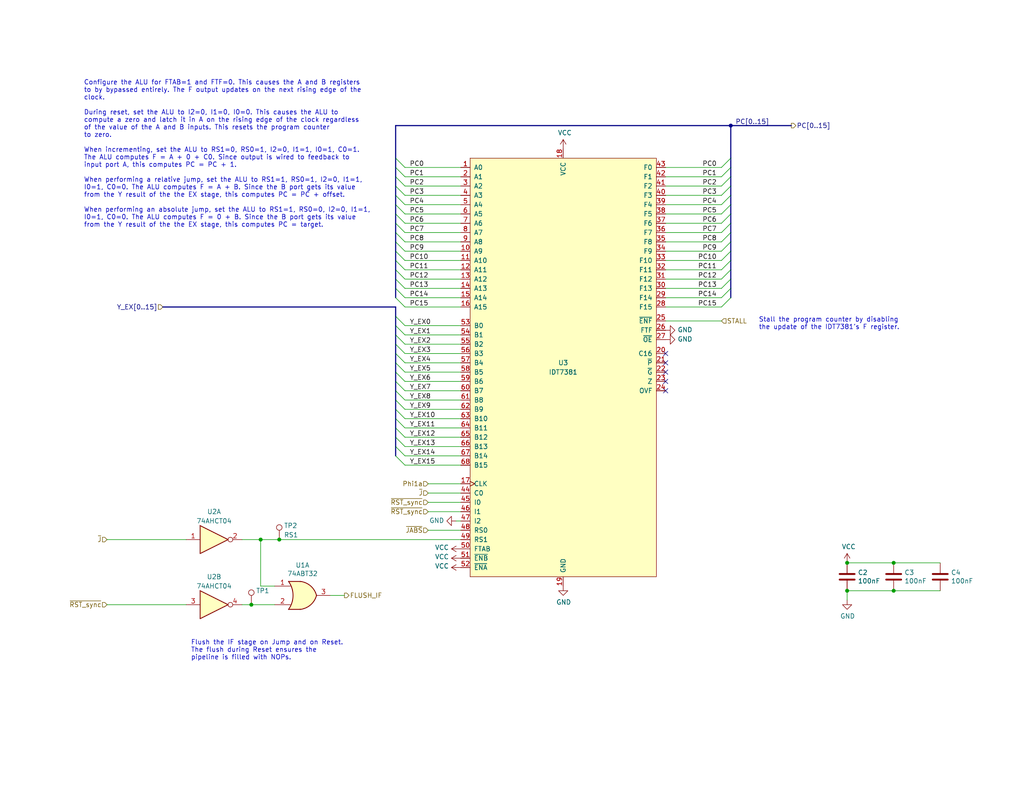
<source format=kicad_sch>
(kicad_sch (version 20211123) (generator eeschema)
  (paper "USLetter")
  (title_block (title "Program Counter") (date "2022-04-14") (rev "A") (comment 3 "sixteen-bit offset, or else reset to zero.") (comment 4 "Sixteen-bit program counter will either increment on the clock, add a specified"))
  (lib_symbols
    (symbol "74xx:74LS04"
      (property "Reference" "U" (at 0 1.27 0))
      (property "Value" "74LS04" (at 0 -1.27 0))
      (symbol "74LS04_1_0"
        (polyline (pts (xy -3.81 3.81) (xy -3.81 -3.81) (xy 3.81 0) (xy -3.81 3.81)) (stroke (width 0.254)) (fill (type background)))
        (pin input line (at -7.62 0 0) (length 3.81) (name "~") (number "1"))
        (pin output inverted (at 7.62 0 180) (length 3.81) (name "~") (number "2"))
      )
      (symbol "74LS04_2_0"
        (polyline (pts (xy -3.81 3.81) (xy -3.81 -3.81) (xy 3.81 0) (xy -3.81 3.81)) (stroke (width 0.254)) (fill (type background)))
        (pin input line (at -7.62 0 0) (length 3.81) (name "~") (number "3"))
        (pin output inverted (at 7.62 0 180) (length 3.81) (name "~") (number "4"))
      )
      (symbol "74LS04_3_0"
        (polyline (pts (xy -3.81 3.81) (xy -3.81 -3.81) (xy 3.81 0) (xy -3.81 3.81)) (stroke (width 0.254)) (fill (type background)))
        (pin input line (at -7.62 0 0) (length 3.81) (name "~") (number "5"))
        (pin output inverted (at 7.62 0 180) (length 3.81) (name "~") (number "6"))
      )
      (symbol "74LS04_4_0"
        (polyline (pts (xy -3.81 3.81) (xy -3.81 -3.81) (xy 3.81 0) (xy -3.81 3.81)) (stroke (width 0.254)) (fill (type background)))
        (pin output inverted (at 7.62 0 180) (length 3.81) (name "~") (number "8"))
        (pin input line (at -7.62 0 0) (length 3.81) (name "~") (number "9"))
      )
      (symbol "74LS04_5_0"
        (polyline (pts (xy -3.81 3.81) (xy -3.81 -3.81) (xy 3.81 0) (xy -3.81 3.81)) (stroke (width 0.254)) (fill (type background)))
        (pin output inverted (at 7.62 0 180) (length 3.81) (name "~") (number "10"))
        (pin input line (at -7.62 0 0) (length 3.81) (name "~") (number "11"))
      )
      (symbol "74LS04_6_0"
        (polyline (pts (xy -3.81 3.81) (xy -3.81 -3.81) (xy 3.81 0) (xy -3.81 3.81)) (stroke (width 0.254)) (fill (type background)))
        (pin output inverted (at 7.62 0 180) (length 3.81) (name "~") (number "12"))
        (pin input line (at -7.62 0 0) (length 3.81) (name "~") (number "13"))
      )
      (symbol "74LS04_7_0"
        (pin power_in line (at 0 12.7 270) (length 5.08) (name "VCC") (number "14"))
        (pin power_in line (at 0 -12.7 90) (length 5.08) (name "GND") (number "7"))
      )
      (symbol "74LS04_7_1"
        (rectangle (start -5.08 7.62) (end 5.08 -7.62) (stroke (width 0.254)) (fill (type background)))
      )
    )
    (symbol "74xx:74LS32" (pin_names (offset 1.016))
      (property "Reference" "U" (at 0 1.27 0))
      (property "Value" "74LS32" (at 0 -1.27 0))
      (symbol "74LS32_1_1"
        (arc (start -3.81 -3.81) (mid -2.589 0) (end -3.81 3.81) (stroke (width 0.254)))
        (arc (start -0.6096 -3.81) (mid 2.1842 -2.5851) (end 3.81 0) (stroke (width 0.254)) (fill (type background)))
        (polyline (pts (xy -3.81 -3.81) (xy -0.635 -3.81)) (stroke (width 0.254)) (fill (type background)))
        (polyline (pts (xy -3.81 3.81) (xy -0.635 3.81)) (stroke (width 0.254)) (fill (type background)))
        (polyline (pts (xy -0.635 3.81) (xy -3.81 3.81) (xy -3.81 3.81) (xy -3.556 3.4036) (xy -3.0226 2.2606) (xy -2.6924 1.0414) (xy -2.6162 -0.254) (xy -2.7686 -1.4986) (xy -3.175 -2.7178) (xy -3.81 -3.81) (xy -3.81 -3.81) (xy -0.635 -3.81)) (stroke (width -25.4)) (fill (type background)))
        (arc (start 3.81 0) (mid 2.1915 2.5936) (end -0.6096 3.81) (stroke (width 0.254)) (fill (type background)))
        (pin input line (at -7.62 2.54 0) (length 4.318) (name "~") (number "1"))
        (pin input line (at -7.62 -2.54 0) (length 4.318) (name "~") (number "2"))
        (pin output line (at 7.62 0 180) (length 3.81) (name "~") (number "3"))
      )
      (symbol "74LS32_1_2"
        (arc (start 0 -3.81) (mid 3.81 0) (end 0 3.81) (stroke (width 0.254)) (fill (type background)))
        (polyline (pts (xy 0 3.81) (xy -3.81 3.81) (xy -3.81 -3.81) (xy 0 -3.81)) (stroke (width 0.254)) (fill (type background)))
        (pin input inverted (at -7.62 2.54 0) (length 3.81) (name "~") (number "1"))
        (pin input inverted (at -7.62 -2.54 0) (length 3.81) (name "~") (number "2"))
        (pin output inverted (at 7.62 0 180) (length 3.81) (name "~") (number "3"))
      )
      (symbol "74LS32_2_1"
        (arc (start -3.81 -3.81) (mid -2.589 0) (end -3.81 3.81) (stroke (width 0.254)))
        (arc (start -0.6096 -3.81) (mid 2.1842 -2.5851) (end 3.81 0) (stroke (width 0.254)) (fill (type background)))
        (polyline (pts (xy -3.81 -3.81) (xy -0.635 -3.81)) (stroke (width 0.254)) (fill (type background)))
        (polyline (pts (xy -3.81 3.81) (xy -0.635 3.81)) (stroke (width 0.254)) (fill (type background)))
        (polyline (pts (xy -0.635 3.81) (xy -3.81 3.81) (xy -3.81 3.81) (xy -3.556 3.4036) (xy -3.0226 2.2606) (xy -2.6924 1.0414) (xy -2.6162 -0.254) (xy -2.7686 -1.4986) (xy -3.175 -2.7178) (xy -3.81 -3.81) (xy -3.81 -3.81) (xy -0.635 -3.81)) (stroke (width -25.4)) (fill (type background)))
        (arc (start 3.81 0) (mid 2.1915 2.5936) (end -0.6096 3.81) (stroke (width 0.254)) (fill (type background)))
        (pin input line (at -7.62 2.54 0) (length 4.318) (name "~") (number "4"))
        (pin input line (at -7.62 -2.54 0) (length 4.318) (name "~") (number "5"))
        (pin output line (at 7.62 0 180) (length 3.81) (name "~") (number "6"))
      )
      (symbol "74LS32_2_2"
        (arc (start 0 -3.81) (mid 3.81 0) (end 0 3.81) (stroke (width 0.254)) (fill (type background)))
        (polyline (pts (xy 0 3.81) (xy -3.81 3.81) (xy -3.81 -3.81) (xy 0 -3.81)) (stroke (width 0.254)) (fill (type background)))
        (pin input inverted (at -7.62 2.54 0) (length 3.81) (name "~") (number "4"))
        (pin input inverted (at -7.62 -2.54 0) (length 3.81) (name "~") (number "5"))
        (pin output inverted (at 7.62 0 180) (length 3.81) (name "~") (number "6"))
      )
      (symbol "74LS32_3_1"
        (arc (start -3.81 -3.81) (mid -2.589 0) (end -3.81 3.81) (stroke (width 0.254)))
        (arc (start -0.6096 -3.81) (mid 2.1842 -2.5851) (end 3.81 0) (stroke (width 0.254)) (fill (type background)))
        (polyline (pts (xy -3.81 -3.81) (xy -0.635 -3.81)) (stroke (width 0.254)) (fill (type background)))
        (polyline (pts (xy -3.81 3.81) (xy -0.635 3.81)) (stroke (width 0.254)) (fill (type background)))
        (polyline (pts (xy -0.635 3.81) (xy -3.81 3.81) (xy -3.81 3.81) (xy -3.556 3.4036) (xy -3.0226 2.2606) (xy -2.6924 1.0414) (xy -2.6162 -0.254) (xy -2.7686 -1.4986) (xy -3.175 -2.7178) (xy -3.81 -3.81) (xy -3.81 -3.81) (xy -0.635 -3.81)) (stroke (width -25.4)) (fill (type background)))
        (arc (start 3.81 0) (mid 2.1915 2.5936) (end -0.6096 3.81) (stroke (width 0.254)) (fill (type background)))
        (pin input line (at -7.62 -2.54 0) (length 4.318) (name "~") (number "10"))
        (pin output line (at 7.62 0 180) (length 3.81) (name "~") (number "8"))
        (pin input line (at -7.62 2.54 0) (length 4.318) (name "~") (number "9"))
      )
      (symbol "74LS32_3_2"
        (arc (start 0 -3.81) (mid 3.81 0) (end 0 3.81) (stroke (width 0.254)) (fill (type background)))
        (polyline (pts (xy 0 3.81) (xy -3.81 3.81) (xy -3.81 -3.81) (xy 0 -3.81)) (stroke (width 0.254)) (fill (type background)))
        (pin input inverted (at -7.62 -2.54 0) (length 3.81) (name "~") (number "10"))
        (pin output inverted (at 7.62 0 180) (length 3.81) (name "~") (number "8"))
        (pin input inverted (at -7.62 2.54 0) (length 3.81) (name "~") (number "9"))
      )
      (symbol "74LS32_4_1"
        (arc (start -3.81 -3.81) (mid -2.589 0) (end -3.81 3.81) (stroke (width 0.254)))
        (arc (start -0.6096 -3.81) (mid 2.1842 -2.5851) (end 3.81 0) (stroke (width 0.254)) (fill (type background)))
        (polyline (pts (xy -3.81 -3.81) (xy -0.635 -3.81)) (stroke (width 0.254)) (fill (type background)))
        (polyline (pts (xy -3.81 3.81) (xy -0.635 3.81)) (stroke (width 0.254)) (fill (type background)))
        (polyline (pts (xy -0.635 3.81) (xy -3.81 3.81) (xy -3.81 3.81) (xy -3.556 3.4036) (xy -3.0226 2.2606) (xy -2.6924 1.0414) (xy -2.6162 -0.254) (xy -2.7686 -1.4986) (xy -3.175 -2.7178) (xy -3.81 -3.81) (xy -3.81 -3.81) (xy -0.635 -3.81)) (stroke (width -25.4)) (fill (type background)))
        (arc (start 3.81 0) (mid 2.1915 2.5936) (end -0.6096 3.81) (stroke (width 0.254)) (fill (type background)))
        (pin output line (at 7.62 0 180) (length 3.81) (name "~") (number "11"))
        (pin input line (at -7.62 2.54 0) (length 4.318) (name "~") (number "12"))
        (pin input line (at -7.62 -2.54 0) (length 4.318) (name "~") (number "13"))
      )
      (symbol "74LS32_4_2"
        (arc (start 0 -3.81) (mid 3.81 0) (end 0 3.81) (stroke (width 0.254)) (fill (type background)))
        (polyline (pts (xy 0 3.81) (xy -3.81 3.81) (xy -3.81 -3.81) (xy 0 -3.81)) (stroke (width 0.254)) (fill (type background)))
        (pin output inverted (at 7.62 0 180) (length 3.81) (name "~") (number "11"))
        (pin input inverted (at -7.62 2.54 0) (length 3.81) (name "~") (number "12"))
        (pin input inverted (at -7.62 -2.54 0) (length 3.81) (name "~") (number "13"))
      )
      (symbol "74LS32_5_0"
        (pin power_in line (at 0 12.7 270) (length 5.08) (name "VCC") (number "14"))
        (pin power_in line (at 0 -12.7 90) (length 5.08) (name "GND") (number "7"))
      )
      (symbol "74LS32_5_1"
        (rectangle (start -5.08 7.62) (end 5.08 -7.62) (stroke (width 0.254)) (fill (type background)))
      )
    )
    (symbol "Connector:TestPoint" (pin_numbers hide) (pin_names (offset 0.762) hide)
      (property "Reference" "TP" (at 0 6.858 0))
      (property "Value" "TestPoint" (at 0 5.08 0))
      (symbol "TestPoint_0_1"
        (circle (center 0 3.302) (radius 0.762))
      )
      (symbol "TestPoint_1_1"
        (pin passive line (at 0 0 90) (length 2.54) (name "1") (number "1"))
      )
    )
    (symbol "Device:C" (pin_numbers hide) (pin_names (offset 0.254))
      (property "Reference" "C" (at 0.635 2.54 0))
      (property "Value" "C" (at 0.635 -2.54 0))
      (symbol "C_0_1"
        (polyline (pts (xy -2.032 -0.762) (xy 2.032 -0.762)) (stroke (width 0.508)))
        (polyline (pts (xy -2.032 0.762) (xy 2.032 0.762)) (stroke (width 0.508)))
      )
      (symbol "C_1_1"
        (pin passive line (at 0 3.81 270) (length 2.794) (name "~") (number "1"))
        (pin passive line (at 0 -3.81 90) (length 2.794) (name "~") (number "2"))
      )
    )
    (symbol "PCIFModule-rescue:IDT7381-CPU" (pin_names (offset 1.016))
      (property "Reference" "U" (at 1.27 2.54 0))
      (property "Value" "IDT7381-CPU" (at 1.27 0 0))
      (symbol "IDT7381-CPU_0_1"
        (rectangle (start -25.4 57.15) (end 25.4 -57.15) (fill (type background)))
      )
      (symbol "IDT7381-CPU_1_1"
        (pin input line (at -27.94 54.61 0) (length 2.54) (name "A0") (number "1"))
        (pin input line (at -27.94 31.75 0) (length 2.54) (name "A9") (number "10"))
        (pin input line (at -27.94 29.21 0) (length 2.54) (name "A10") (number "11"))
        (pin input line (at -27.94 26.67 0) (length 2.54) (name "A11") (number "12"))
        (pin input line (at -27.94 24.13 0) (length 2.54) (name "A12") (number "13"))
        (pin input line (at -27.94 21.59 0) (length 2.54) (name "A13") (number "14"))
        (pin input line (at -27.94 19.05 0) (length 2.54) (name "A14") (number "15"))
        (pin input line (at -27.94 16.51 0) (length 2.54) (name "A15") (number "16"))
        (pin input clock (at -27.94 -31.75 0) (length 2.54) (name "CLK") (number "17"))
        (pin power_in line (at 0 59.69 270) (length 2.54) (name "VCC") (number "18"))
        (pin power_in line (at 0 -59.69 90) (length 2.54) (name "GND") (number "19"))
        (pin input line (at -27.94 52.07 0) (length 2.54) (name "A1") (number "2"))
        (pin output line (at 27.94 3.81 180) (length 2.54) (name "C16") (number "20"))
        (pin output line (at 27.94 1.27 180) (length 2.54) (name "~{P}") (number "21"))
        (pin output line (at 27.94 -1.27 180) (length 2.54) (name "~{G}") (number "22"))
        (pin output line (at 27.94 -3.81 180) (length 2.54) (name "Z") (number "23"))
        (pin output line (at 27.94 -6.35 180) (length 2.54) (name "OVF") (number "24"))
        (pin input line (at 27.94 12.7 180) (length 2.54) (name "~{ENF}") (number "25"))
        (pin input line (at 27.94 10.16 180) (length 2.54) (name "FTF") (number "26"))
        (pin input line (at 27.94 7.62 180) (length 2.54) (name "~{OE}") (number "27"))
        (pin tri_state line (at 27.94 16.51 180) (length 2.54) (name "F15") (number "28"))
        (pin tri_state line (at 27.94 19.05 180) (length 2.54) (name "F14") (number "29"))
        (pin input line (at -27.94 49.53 0) (length 2.54) (name "A2") (number "3"))
        (pin tri_state line (at 27.94 21.59 180) (length 2.54) (name "F13") (number "30"))
        (pin tri_state line (at 27.94 24.13 180) (length 2.54) (name "F12") (number "31"))
        (pin tri_state line (at 27.94 26.67 180) (length 2.54) (name "F11") (number "32"))
        (pin tri_state line (at 27.94 29.21 180) (length 2.54) (name "F10") (number "33"))
        (pin tri_state line (at 27.94 31.75 180) (length 2.54) (name "F9") (number "34"))
        (pin tri_state line (at 27.94 34.29 180) (length 2.54) (name "F8") (number "35"))
        (pin tri_state line (at 27.94 36.83 180) (length 2.54) (name "F7") (number "36"))
        (pin tri_state line (at 27.94 39.37 180) (length 2.54) (name "F6") (number "37"))
        (pin tri_state line (at 27.94 41.91 180) (length 2.54) (name "F5") (number "38"))
        (pin tri_state line (at 27.94 44.45 180) (length 2.54) (name "F4") (number "39"))
        (pin input line (at -27.94 46.99 0) (length 2.54) (name "A3") (number "4"))
        (pin tri_state line (at 27.94 46.99 180) (length 2.54) (name "F3") (number "40"))
        (pin tri_state line (at 27.94 49.53 180) (length 2.54) (name "F2") (number "41"))
        (pin tri_state line (at 27.94 52.07 180) (length 2.54) (name "F1") (number "42"))
        (pin tri_state line (at 27.94 54.61 180) (length 2.54) (name "F0") (number "43"))
        (pin input line (at -27.94 -34.29 0) (length 2.54) (name "C0") (number "44"))
        (pin input line (at -27.94 -36.83 0) (length 2.54) (name "I0") (number "45"))
        (pin input line (at -27.94 -39.37 0) (length 2.54) (name "I1") (number "46"))
        (pin input line (at -27.94 -41.91 0) (length 2.54) (name "I2") (number "47"))
        (pin input line (at -27.94 -44.45 0) (length 2.54) (name "RS0") (number "48"))
        (pin input line (at -27.94 -46.99 0) (length 2.54) (name "RS1") (number "49"))
        (pin input line (at -27.94 44.45 0) (length 2.54) (name "A4") (number "5"))
        (pin input line (at -27.94 -49.53 0) (length 2.54) (name "FTAB") (number "50"))
        (pin input line (at -27.94 -52.07 0) (length 2.54) (name "~{ENB}") (number "51"))
        (pin input line (at -27.94 -54.61 0) (length 2.54) (name "~{ENA}") (number "52"))
        (pin input line (at -27.94 11.43 0) (length 2.54) (name "B0") (number "53"))
        (pin input line (at -27.94 8.89 0) (length 2.54) (name "B1") (number "54"))
        (pin input line (at -27.94 6.35 0) (length 2.54) (name "B2") (number "55"))
        (pin input line (at -27.94 3.81 0) (length 2.54) (name "B3") (number "56"))
        (pin input line (at -27.94 1.27 0) (length 2.54) (name "B4") (number "57"))
        (pin input line (at -27.94 -1.27 0) (length 2.54) (name "B5") (number "58"))
        (pin input line (at -27.94 -3.81 0) (length 2.54) (name "B6") (number "59"))
        (pin input line (at -27.94 41.91 0) (length 2.54) (name "A5") (number "6"))
        (pin input line (at -27.94 -6.35 0) (length 2.54) (name "B7") (number "60"))
        (pin input line (at -27.94 -8.89 0) (length 2.54) (name "B8") (number "61"))
        (pin input line (at -27.94 -11.43 0) (length 2.54) (name "B9") (number "62"))
        (pin input line (at -27.94 -13.97 0) (length 2.54) (name "B10") (number "63"))
        (pin input line (at -27.94 -16.51 0) (length 2.54) (name "B11") (number "64"))
        (pin input line (at -27.94 -19.05 0) (length 2.54) (name "B12") (number "65"))
        (pin input line (at -27.94 -21.59 0) (length 2.54) (name "B13") (number "66"))
        (pin input line (at -27.94 -24.13 0) (length 2.54) (name "B14") (number "67"))
        (pin input line (at -27.94 -26.67 0) (length 2.54) (name "B15") (number "68"))
        (pin input line (at -27.94 39.37 0) (length 2.54) (name "A6") (number "7"))
        (pin input line (at -27.94 36.83 0) (length 2.54) (name "A7") (number "8"))
        (pin input line (at -27.94 34.29 0) (length 2.54) (name "A8") (number "9"))
      )
    )
    (symbol "power:GND" (power) (pin_names (offset 0))
      (property "Value" "GND" (at 0 -3.81 0))
      (symbol "GND_0_1"
        (polyline (pts (xy 0 0) (xy 0 -1.27) (xy 1.27 -1.27) (xy 0 -2.54) (xy -1.27 -1.27) (xy 0 -1.27)))
      )
      (symbol "GND_1_1"
        (pin power_in line (at 0 0 270) (length 0) hide (name "GND") (number "1"))
      )
    )
    (symbol "power:VCC" (power) (pin_names (offset 0))
      (property "Value" "VCC" (at 0 3.81 0))
      (symbol "VCC_0_1"
        (polyline (pts (xy -0.762 1.27) (xy 0 2.54)))
        (polyline (pts (xy 0 0) (xy 0 2.54)))
        (polyline (pts (xy 0 2.54) (xy 0.762 1.27)))
      )
      (symbol "VCC_1_1"
        (pin power_in line (at 0 0 90) (length 0) hide (name "VCC") (number "1"))
      )
    )
  )
  (junction (at -53.34 147.32))
  (junction (at -29.21 157.48))
  (junction (at 231.14 161.29))
  (junction (at -53.34 152.4))
  (junction (at -53.34 133.35))
  (junction (at -53.34 162.56))
  (junction (at -53.34 167.64))
  (junction (at -29.21 143.51))
  (junction (at 243.84 161.29))
  (junction (at -29.21 129.54))
  (junction (at 199.39 34.29))
  (junction (at 231.14 153.67))
  (junction (at -29.21 171.45))
  (junction (at 71.12 147.32))
  (junction (at 76.2 147.32))
  (junction (at 243.84 153.67))
  (junction (at 68.58 165.1))
  (junction (at -53.34 138.43))
  (no_connect (at -13.97 129.54))
  (no_connect (at 181.61 104.14))
  (no_connect (at -13.97 143.51))
  (no_connect (at 181.61 101.6))
  (no_connect (at -35.56 165.1))
  (no_connect (at 181.61 106.68))
  (no_connect (at -35.56 135.89))
  (no_connect (at -13.97 157.48))
  (no_connect (at -35.56 149.86))
  (no_connect (at 181.61 96.52))
  (no_connect (at 181.61 99.06))
  (no_connect (at -13.97 171.45))
  (bus_entry (at 110.49 53.34) (size -2.54 -2.54))
  (bus_entry (at 110.49 91.44) (size -2.54 -2.54))
  (bus_entry (at 110.49 48.26) (size -2.54 -2.54))
  (bus_entry (at 110.49 76.2) (size -2.54 -2.54))
  (bus_entry (at 110.49 63.5) (size -2.54 -2.54))
  (bus_entry (at 110.49 73.66) (size -2.54 -2.54))
  (bus_entry (at 196.85 48.26) (size 2.54 -2.54))
  (bus_entry (at 110.49 99.06) (size -2.54 -2.54))
  (bus_entry (at 196.85 55.88) (size 2.54 -2.54))
  (bus_entry (at 196.85 73.66) (size 2.54 -2.54))
  (bus_entry (at 110.49 66.04) (size -2.54 -2.54))
  (bus_entry (at 110.49 96.52) (size -2.54 -2.54))
  (bus_entry (at 196.85 76.2) (size 2.54 -2.54))
  (bus_entry (at 110.49 55.88) (size -2.54 -2.54))
  (bus_entry (at 110.49 60.96) (size -2.54 -2.54))
  (bus_entry (at 196.85 71.12) (size 2.54 -2.54))
  (bus_entry (at 110.49 101.6) (size -2.54 -2.54))
  (bus_entry (at 110.49 119.38) (size -2.54 -2.54))
  (bus_entry (at 110.49 71.12) (size -2.54 -2.54))
  (bus_entry (at 110.49 114.3) (size -2.54 -2.54))
  (bus_entry (at 110.49 88.9) (size -2.54 -2.54))
  (bus_entry (at 196.85 81.28) (size 2.54 -2.54))
  (bus_entry (at 196.85 66.04) (size 2.54 -2.54))
  (bus_entry (at 196.85 68.58) (size 2.54 -2.54))
  (bus_entry (at 110.49 81.28) (size -2.54 -2.54))
  (bus_entry (at 110.49 127) (size -2.54 -2.54))
  (bus_entry (at 196.85 83.82) (size 2.54 -2.54))
  (bus_entry (at 110.49 45.72) (size -2.54 -2.54))
  (bus_entry (at 196.85 63.5) (size 2.54 -2.54))
  (bus_entry (at 110.49 83.82) (size -2.54 -2.54))
  (bus_entry (at 110.49 121.92) (size -2.54 -2.54))
  (bus_entry (at 110.49 78.74) (size -2.54 -2.54))
  (bus_entry (at 110.49 109.22) (size -2.54 -2.54))
  (bus_entry (at 196.85 50.8) (size 2.54 -2.54))
  (bus_entry (at 196.85 45.72) (size 2.54 -2.54))
  (bus_entry (at 110.49 111.76) (size -2.54 -2.54))
  (bus_entry (at 110.49 50.8) (size -2.54 -2.54))
  (bus_entry (at 110.49 124.46) (size -2.54 -2.54))
  (bus_entry (at 110.49 93.98) (size -2.54 -2.54))
  (bus_entry (at 196.85 53.34) (size 2.54 -2.54))
  (bus_entry (at 110.49 58.42) (size -2.54 -2.54))
  (bus_entry (at 196.85 60.96) (size 2.54 -2.54))
  (bus_entry (at 110.49 106.68) (size -2.54 -2.54))
  (bus_entry (at 110.49 68.58) (size -2.54 -2.54))
  (bus_entry (at 196.85 58.42) (size 2.54 -2.54))
  (bus_entry (at 196.85 78.74) (size 2.54 -2.54))
  (bus_entry (at 110.49 116.84) (size -2.54 -2.54))
  (bus_entry (at 110.49 104.14) (size -2.54 -2.54))
  (wire (pts (xy -53.34 118.11) (xy -53.34 133.35)))
  (wire (pts (xy 256.54 161.29) (xy 243.84 161.29)))
  (wire (pts (xy 68.58 165.1) (xy 74.93 165.1)))
  (wire (pts (xy 71.12 160.02) (xy 71.12 147.32)))
  (wire (pts (xy 110.49 58.42) (xy 125.73 58.42)))
  (bus (pts (xy 107.95 63.5) (xy 107.95 66.04)))
  (bus (pts (xy 107.95 119.38) (xy 107.95 121.92)))
  (bus (pts (xy 199.39 58.42) (xy 199.39 60.96)))
  (wire (pts (xy 110.49 106.68) (xy 125.73 106.68)))
  (wire (pts (xy 110.49 78.74) (xy 125.73 78.74)))
  (wire (pts (xy 110.49 114.3) (xy 125.73 114.3)))
  (wire (pts (xy 196.85 78.74) (xy 181.61 78.74)))
  (bus (pts (xy 107.95 104.14) (xy 107.95 106.68)))
  (bus (pts (xy 199.39 50.8) (xy 199.39 53.34)))
  (wire (pts (xy 66.04 147.32) (xy 71.12 147.32)))
  (wire (pts (xy -50.8 133.35) (xy -53.34 133.35)))
  (wire (pts (xy -50.8 138.43) (xy -53.34 138.43)))
  (bus (pts (xy 107.95 116.84) (xy 107.95 119.38)))
  (wire (pts (xy 196.85 73.66) (xy 181.61 73.66)))
  (wire (pts (xy 110.49 93.98) (xy 125.73 93.98)))
  (bus (pts (xy 199.39 34.29) (xy 199.39 43.18)))
  (bus (pts (xy 107.95 109.22) (xy 107.95 111.76)))
  (wire (pts (xy 110.49 91.44) (xy 125.73 91.44)))
  (wire (pts (xy 116.84 139.7) (xy 125.73 139.7)))
  (wire (pts (xy 196.85 83.82) (xy 181.61 83.82)))
  (wire (pts (xy -29.21 199.39) (xy -29.21 200.66)))
  (wire (pts (xy 196.85 76.2) (xy 181.61 76.2)))
  (bus (pts (xy 107.95 99.06) (xy 107.95 101.6)))
  (bus (pts (xy 107.95 43.18) (xy 107.95 45.72)))
  (wire (pts (xy -53.34 162.56) (xy -53.34 167.64)))
  (bus (pts (xy 107.95 83.82) (xy 44.45 83.82)))
  (wire (pts (xy -53.34 138.43) (xy -53.34 147.32)))
  (bus (pts (xy 107.95 73.66) (xy 107.95 76.2)))
  (bus (pts (xy 107.95 121.92) (xy 107.95 124.46)))
  (bus (pts (xy 107.95 88.9) (xy 107.95 91.44)))
  (bus (pts (xy 199.39 68.58) (xy 199.39 71.12)))
  (bus (pts (xy 199.39 73.66) (xy 199.39 76.2)))
  (wire (pts (xy 110.49 109.22) (xy 125.73 109.22)))
  (wire (pts (xy 110.49 88.9) (xy 125.73 88.9)))
  (wire (pts (xy -29.21 143.51) (xy -29.21 157.48)))
  (bus (pts (xy 107.95 93.98) (xy 107.95 96.52)))
  (bus (pts (xy 107.95 86.36) (xy 107.95 88.9)))
  (wire (pts (xy 71.12 147.32) (xy 76.2 147.32)))
  (wire (pts (xy 29.21 165.1) (xy 50.8 165.1)))
  (bus (pts (xy 107.95 58.42) (xy 107.95 60.96)))
  (wire (pts (xy 110.49 73.66) (xy 125.73 73.66)))
  (bus (pts (xy 107.95 55.88) (xy 107.95 58.42)))
  (bus (pts (xy 199.39 53.34) (xy 199.39 55.88)))
  (wire (pts (xy 196.85 53.34) (xy 181.61 53.34)))
  (bus (pts (xy 107.95 96.52) (xy 107.95 99.06)))
  (wire (pts (xy 110.49 83.82) (xy 125.73 83.82)))
  (bus (pts (xy 199.39 43.18) (xy 199.39 45.72)))
  (wire (pts (xy 231.14 163.83) (xy 231.14 161.29)))
  (bus (pts (xy 199.39 66.04) (xy 199.39 68.58)))
  (wire (pts (xy 196.85 45.72) (xy 181.61 45.72)))
  (wire (pts (xy 196.85 48.26) (xy 181.61 48.26)))
  (bus (pts (xy 199.39 60.96) (xy 199.39 63.5)))
  (bus (pts (xy 107.95 83.82) (xy 107.95 86.36)))
  (wire (pts (xy 196.85 63.5) (xy 181.61 63.5)))
  (wire (pts (xy -50.8 162.56) (xy -53.34 162.56)))
  (wire (pts (xy 110.49 45.72) (xy 125.73 45.72)))
  (bus (pts (xy 107.95 106.68) (xy 107.95 109.22)))
  (bus (pts (xy 107.95 111.76) (xy 107.95 114.3)))
  (bus (pts (xy 107.95 76.2) (xy 107.95 78.74)))
  (bus (pts (xy 107.95 91.44) (xy 107.95 93.98)))
  (bus (pts (xy 107.95 78.74) (xy 107.95 81.28)))
  (wire (pts (xy 110.49 50.8) (xy 125.73 50.8)))
  (bus (pts (xy 199.39 71.12) (xy 199.39 73.66)))
  (wire (pts (xy -50.8 152.4) (xy -53.34 152.4)))
  (wire (pts (xy 116.84 144.78) (xy 125.73 144.78)))
  (bus (pts (xy 107.95 34.29) (xy 107.95 43.18)))
  (wire (pts (xy 116.84 137.16) (xy 125.73 137.16)))
  (wire (pts (xy 110.49 53.34) (xy 125.73 53.34)))
  (wire (pts (xy 110.49 99.06) (xy 125.73 99.06)))
  (bus (pts (xy 199.39 48.26) (xy 199.39 50.8)))
  (wire (pts (xy 231.14 153.67) (xy 243.84 153.67)))
  (wire (pts (xy 110.49 104.14) (xy 125.73 104.14)))
  (bus (pts (xy 107.95 34.29) (xy 199.39 34.29)))
  (bus (pts (xy 199.39 55.88) (xy 199.39 58.42)))
  (wire (pts (xy 110.49 60.96) (xy 125.73 60.96)))
  (bus (pts (xy 107.95 48.26) (xy 107.95 50.8)))
  (bus (pts (xy 107.95 101.6) (xy 107.95 104.14)))
  (wire (pts (xy 110.49 116.84) (xy 125.73 116.84)))
  (wire (pts (xy -50.8 147.32) (xy -53.34 147.32)))
  (bus (pts (xy 107.95 66.04) (xy 107.95 68.58)))
  (wire (pts (xy -29.21 129.54) (xy -29.21 143.51)))
  (wire (pts (xy 110.49 96.52) (xy 125.73 96.52)))
  (wire (pts (xy -53.34 152.4) (xy -53.34 162.56)))
  (bus (pts (xy 107.95 45.72) (xy 107.95 48.26)))
  (bus (pts (xy 107.95 71.12) (xy 107.95 73.66)))
  (wire (pts (xy 110.49 71.12) (xy 125.73 71.12)))
  (wire (pts (xy 110.49 124.46) (xy 125.73 124.46)))
  (wire (pts (xy 66.04 165.1) (xy 68.58 165.1)))
  (bus (pts (xy 199.39 63.5) (xy 199.39 66.04)))
  (wire (pts (xy 196.85 60.96) (xy 181.61 60.96)))
  (wire (pts (xy 110.49 81.28) (xy 125.73 81.28)))
  (bus (pts (xy 199.39 76.2) (xy 199.39 78.74)))
  (wire (pts (xy 243.84 161.29) (xy 231.14 161.29)))
  (wire (pts (xy 196.85 68.58) (xy 181.61 68.58)))
  (bus (pts (xy 199.39 45.72) (xy 199.39 48.26)))
  (bus (pts (xy 107.95 60.96) (xy 107.95 63.5)))
  (bus (pts (xy 199.39 78.74) (xy 199.39 81.28)))
  (wire (pts (xy 110.49 121.92) (xy 125.73 121.92)))
  (wire (pts (xy 110.49 111.76) (xy 125.73 111.76)))
  (wire (pts (xy 196.85 81.28) (xy 181.61 81.28)))
  (bus (pts (xy 107.95 114.3) (xy 107.95 116.84)))
  (wire (pts (xy -29.21 157.48) (xy -29.21 171.45)))
  (wire (pts (xy 110.49 66.04) (xy 125.73 66.04)))
  (wire (pts (xy 93.98 162.56) (xy 90.17 162.56)))
  (wire (pts (xy 243.84 153.67) (xy 256.54 153.67)))
  (wire (pts (xy 196.85 50.8) (xy 181.61 50.8)))
  (wire (pts (xy 110.49 48.26) (xy 125.73 48.26)))
  (wire (pts (xy 110.49 76.2) (xy 125.73 76.2)))
  (wire (pts (xy 110.49 68.58) (xy 125.73 68.58)))
  (wire (pts (xy 181.61 87.63) (xy 196.85 87.63)))
  (wire (pts (xy -29.21 171.45) (xy -29.21 173.99)))
  (bus (pts (xy 107.95 68.58) (xy 107.95 71.12)))
  (wire (pts (xy -53.34 167.64) (xy -53.34 173.99)))
  (wire (pts (xy 110.49 119.38) (xy 125.73 119.38)))
  (bus (pts (xy 107.95 53.34) (xy 107.95 55.88)))
  (wire (pts (xy -53.34 147.32) (xy -53.34 152.4)))
  (bus (pts (xy 107.95 50.8) (xy 107.95 53.34)))
  (wire (pts (xy 196.85 71.12) (xy 181.61 71.12)))
  (wire (pts (xy 116.84 134.62) (xy 125.73 134.62)))
  (wire (pts (xy -29.21 118.11) (xy -29.21 129.54)))
  (wire (pts (xy 29.21 147.32) (xy 50.8 147.32)))
  (wire (pts (xy 110.49 101.6) (xy 125.73 101.6)))
  (wire (pts (xy 196.85 55.88) (xy 181.61 55.88)))
  (wire (pts (xy 76.2 147.32) (xy 125.73 147.32)))
  (bus (pts (xy 215.9 34.29) (xy 199.39 34.29)))
  (wire (pts (xy 125.73 142.24) (xy 124.46 142.24)))
  (wire (pts (xy 74.93 160.02) (xy 71.12 160.02)))
  (wire (pts (xy 116.84 132.08) (xy 125.73 132.08)))
  (wire (pts (xy -53.34 133.35) (xy -53.34 138.43)))
  (wire (pts (xy 110.49 127) (xy 125.73 127)))
  (wire (pts (xy -50.8 167.64) (xy -53.34 167.64)))
  (wire (pts (xy 110.49 55.88) (xy 125.73 55.88)))
  (wire (pts (xy 196.85 66.04) (xy 181.61 66.04)))
  (wire (pts (xy 110.49 63.5) (xy 125.73 63.5)))
  (wire (pts (xy 196.85 58.42) (xy 181.61 58.42)))
  (text "Stall the program counter by disabling\nthe update of the IDT7381’s F register." (at 207.01 90.17 0) (effects (font (size 1.27 1.27)) (justify left bottom)))
  (text "Flush the IF stage on Jump and on Reset.\nThe flush during Reset ensures the\npipeline is filled with NOPs." (at 52.07 180.34 0) (effects (font (size 1.27 1.27)) (justify left bottom)))
  (text "Configure the ALU for FTAB=1 and FTF=0. This causes the A and B registers\nto by bypassed entirely. The F output updates on the next rising edge of the\nclock.\n\nDuring reset, set the ALU to I2=0, I1=0, I0=0. This causes the ALU to\ncompute a zero and latch it in A on the rising edge of the clock regardless\nof the value of the A and B inputs. This resets the program counter\nto zero.\n\nWhen incrementing, set the ALU to RS1=0, RS0=1, I2=0, I1=1, I0=1, C0=1.\nThe ALU computes F = A + 0 + C0. Since output is wired to feedback to\ninput port A, this computes PC = PC + 1.\n\nWhen performing a relative jump, set the ALU to RS1=1, RS0=1, I2=0, I1=1,\nI0=1, C0=0. The ALU computes F = A + B. Since the B port gets its value\nfrom the Y result of the the EX stage, this computes PC = PC + offset.\n\nWhen performing an absolute jump, set the ALU to RS1=1, RS0=0, I2=0, I1=1,\nI0=1, C0=0. The ALU computes F = 0 + B. Since the B port gets its value\nfrom the Y result of the the EX stage, this computes PC = target." (at 22.86 62.23 0) (effects (font (size 1.27 1.27)) (justify left bottom)))
  (label "PC8" (at 111.76 66.04 0))
  (label "PC11" (at 111.76 73.66 0))
  (label "Y_EX9" (at 111.76 111.76 0))
  (label "PC3" (at 111.76 53.34 0))
  (label "Y_EX1" (at 111.76 91.44 0))
  (label "PC13" (at 111.76 78.74 0))
  (label "PC4" (at 111.76 55.88 0))
  (label "PC2" (at 195.58 50.8 180))
  (label "Y_EX6" (at 111.76 104.14 0))
  (label "Y_EX14" (at 111.76 124.46 0))
  (label "Y_EX13" (at 111.76 121.92 0))
  (label "PC9" (at 195.58 68.58 180))
  (label "Y_EX0" (at 111.76 88.9 0))
  (label "PC15" (at 195.58 83.82 180))
  (label "PC15" (at 111.76 83.82 0))
  (label "PC0" (at 111.76 45.72 0))
  (label "Y_EX3" (at 111.76 96.52 0))
  (label "PC5" (at 195.58 58.42 180))
  (label "PC11" (at 195.58 73.66 180))
  (label "Y_EX11" (at 111.76 116.84 0))
  (label "PC10" (at 195.58 71.12 180))
  (label "Y_EX7" (at 111.76 106.68 0))
  (label "Y_EX5" (at 111.76 101.6 0))
  (label "PC14" (at 111.76 81.28 0))
  (label "Y_EX2" (at 111.76 93.98 0))
  (label "PC12" (at 195.58 76.2 180))
  (label "PC10" (at 111.76 71.12 0))
  (label "PC8" (at 195.58 66.04 180))
  (label "PC6" (at 111.76 60.96 0))
  (label "PC6" (at 195.58 60.96 180))
  (label "PC2" (at 111.76 50.8 0))
  (label "PC9" (at 111.76 68.58 0))
  (label "PC4" (at 195.58 55.88 180))
  (label "Y_EX4" (at 111.76 99.06 0))
  (label "PC13" (at 195.58 78.74 180))
  (label "PC0" (at 195.58 45.72 180))
  (label "PC1" (at 195.58 48.26 180))
  (label "PC14" (at 195.58 81.28 180))
  (label "Y_EX12" (at 111.76 119.38 0))
  (label "Y_EX15" (at 111.76 127 0))
  (label "Y_EX10" (at 111.76 114.3 0))
  (label "PC7" (at 195.58 63.5 180))
  (label "PC3" (at 195.58 53.34 180))
  (label "PC5" (at 111.76 58.42 0))
  (label "PC[0..15]" (at 200.66 34.29 0))
  (label "PC7" (at 111.76 63.5 0))
  (label "Y_EX8" (at 111.76 109.22 0))
  (label "PC12" (at 111.76 76.2 0))
  (label "PC1" (at 111.76 48.26 0))
  (hierarchical_label "STALL" (shape input) (at 196.85 87.63 0))
  (hierarchical_label "~{JABS}" (shape input) (at 116.84 144.78 180))
  (hierarchical_label "PC[0..15]" (shape output) (at 215.9 34.29 0))
  (hierarchical_label "Phi1a" (shape input) (at 116.84 132.08 180))
  (hierarchical_label "~{RST_sync}" (shape input) (at 116.84 139.7 180))
  (hierarchical_label "Y_EX[0..15]" (shape input) (at 44.45 83.82 180))
  (hierarchical_label "~{J}" (shape input) (at 29.21 147.32 180))
  (hierarchical_label "~{J}" (shape input) (at 116.84 134.62 180))
  (hierarchical_label "~{RST_sync}" (shape input) (at 29.21 165.1 180))
  (hierarchical_label "~{RST_sync}" (shape input) (at 116.84 137.16 180))
  (hierarchical_label "FLUSH_IF" (shape output) (at 93.98 162.56 0))
  (symbol (lib_id "Device:C") (at 231.14 157.48 0) (unit 1)
    (property "Reference" "C2" (at 234.061 156.3116 0) (effects (justify left)))
    (property "Value" "100nF" (at 234.061 158.623 0) (effects (justify left)))
    (property "Footprint" "Capacitor_SMD:C_0603_1608Metric_Pad1.08x0.95mm_HandSolder" (effects hide))
    (property "Mouser" "https://www.mouser.com/ProductDetail/963-EMK107B7104KAHT" (effects hide))
  )
  (symbol (lib_id "Device:C") (at 243.84 157.48 0) (unit 1)
    (property "Reference" "C3" (at 246.761 156.3116 0) (effects (justify left)))
    (property "Value" "100nF" (at 246.761 158.623 0) (effects (justify left)))
    (property "Footprint" "Capacitor_SMD:C_0603_1608Metric_Pad1.08x0.95mm_HandSolder" (effects hide))
    (property "Mouser" "https://www.mouser.com/ProductDetail/963-EMK107B7104KAHT" (effects hide))
  )
  (symbol (lib_id "power:VCC") (at 231.14 153.67 0) (unit 1)
    (property "Reference" "#PWR022" (effects hide))
    (property "Value" "VCC" (at 231.5718 149.2758 0))
  )
  (symbol (lib_id "power:GND") (at 231.14 163.83 0) (unit 1)
    (property "Reference" "#PWR023" (effects hide))
    (property "Value" "GND" (at 231.267 168.2242 0))
  )
  (symbol (lib_id "PCIFModule-rescue:IDT7381-CPU") (at 153.67 100.33 0) (unit 1)
    (property "Reference" "U3" (at 153.67 99.06 0))
    (property "Value" "IDT7381" (at 153.67 101.6 0))
    (property "Footprint" "Package_LCC:PLCC-68_SMD-Socket" (effects hide))
    (property "Datasheet" "https://www.digchip.com/datasheets/download_datasheet.php?id=419696&part-number=IDT7381" (effects hide))
    (property "Mouser" "https://www.mouser.com/ProductDetail/3M-Electronic-Solutions-Division/8468-21B1-RK-TP?qs=WZRMhwwaLl%2FJN6Bcf7US3Q%3D%3D" (effects hide))
  )
  (symbol (lib_id "power:VCC") (at 153.67 40.64 0) (unit 1)
    (property "Reference" "#PWR018" (effects hide))
    (property "Value" "VCC" (at 154.1018 36.2458 0))
  )
  (symbol (lib_id "power:GND") (at 153.67 160.02 0) (unit 1)
    (property "Reference" "#PWR019" (effects hide))
    (property "Value" "GND" (at 153.797 164.4142 0))
  )
  (symbol (lib_id "power:GND") (at 181.61 92.71 90) (unit 1)
    (property "Reference" "#PWR021" (effects hide))
    (property "Value" "GND" (at 184.8612 92.583 90) (effects (justify right)))
  )
  (symbol (lib_id "power:VCC") (at 125.73 149.86 90) (unit 1)
    (property "Reference" "#PWR015" (effects hide))
    (property "Value" "VCC" (at 122.5042 149.479 90) (effects (justify left)))
  )
  (symbol (lib_id "power:VCC") (at 125.73 152.4 90) (unit 1)
    (property "Reference" "#PWR016" (effects hide))
    (property "Value" "VCC" (at 122.5042 152.019 90) (effects (justify left)))
  )
  (symbol (lib_id "power:VCC") (at 125.73 154.94 90) (unit 1)
    (property "Reference" "#PWR017" (effects hide))
    (property "Value" "VCC" (at 122.5042 154.559 90) (effects (justify left)))
  )
  (symbol (lib_id "power:GND") (at 181.61 90.17 90) (unit 1)
    (property "Reference" "#PWR020" (effects hide))
    (property "Value" "GND" (at 184.8612 90.043 90) (effects (justify right)))
  )
  (symbol (lib_id "74xx:74LS04") (at -29.21 186.69 0) (unit 7)
    (property "Reference" "U2" (at -29.21 185.42 0))
    (property "Value" "74AHCT04" (at -29.21 187.96 0))
    (property "Footprint" "Package_SO:TSSOP-14_4.4x5mm_P0.65mm" (effects hide))
    (property "Datasheet" "http://www.ti.com/lit/gpn/sn74LS04" (effects hide))
    (property "Mouser" "https://www.mouser.com/ProductDetail/771-AHCT04PW112" (effects hide))
  )
  (symbol (lib_id "power:VCC") (at -29.21 118.11 0) (unit 1)
    (property "Reference" "#PWR012" (effects hide))
    (property "Value" "VCC" (at -28.7782 113.7158 0))
  )
  (symbol (lib_id "power:GND") (at -29.21 200.66 0) (mirror y) (unit 1)
    (property "Reference" "#PWR013" (effects hide))
    (property "Value" "GND" (at -29.337 205.0542 0))
  )
  (symbol (lib_id "74xx:74LS04") (at 58.42 165.1 0) (unit 2)
    (property "Reference" "U2" (at 58.42 157.48 0))
    (property "Value" "74AHCT04" (at 58.42 160.02 0))
    (property "Footprint" "Package_SO:TSSOP-14_4.4x5mm_P0.65mm" (effects hide))
    (property "Datasheet" "http://www.ti.com/lit/gpn/sn74LS04" (effects hide))
    (property "Mouser" "https://www.mouser.com/ProductDetail/771-AHCT04PW112" (effects hide))
  )
  (symbol (lib_id "74xx:74LS04") (at -21.59 129.54 0) (unit 3)
    (property "Reference" "U2" (at -21.59 121.92 0))
    (property "Value" "74AHCT04" (at -21.59 124.46 0))
    (property "Footprint" "Package_SO:TSSOP-14_4.4x5mm_P0.65mm" (effects hide))
    (property "Datasheet" "http://www.ti.com/lit/gpn/sn74LS04" (effects hide))
    (property "Mouser" "https://www.mouser.com/ProductDetail/771-AHCT04PW112" (effects hide))
  )
  (symbol (lib_id "74xx:74LS04") (at -21.59 143.51 0) (unit 4)
    (property "Reference" "U2" (at -21.59 135.89 0))
    (property "Value" "74AHCT04" (at -21.59 138.43 0))
    (property "Footprint" "Package_SO:TSSOP-14_4.4x5mm_P0.65mm" (effects hide))
    (property "Datasheet" "http://www.ti.com/lit/gpn/sn74LS04" (effects hide))
    (property "Mouser" "https://www.mouser.com/ProductDetail/771-AHCT04PW112" (effects hide))
  )
  (symbol (lib_id "74xx:74LS04") (at -21.59 157.48 0) (unit 5)
    (property "Reference" "U2" (at -21.59 149.86 0))
    (property "Value" "74AHCT04" (at -21.59 152.4 0))
    (property "Footprint" "Package_SO:TSSOP-14_4.4x5mm_P0.65mm" (effects hide))
    (property "Datasheet" "http://www.ti.com/lit/gpn/sn74LS04" (effects hide))
    (property "Mouser" "https://www.mouser.com/ProductDetail/771-AHCT04PW112" (effects hide))
  )
  (symbol (lib_id "74xx:74LS04") (at 58.42 147.32 0) (unit 1)
    (property "Reference" "U2" (at 58.42 139.7 0))
    (property "Value" "74AHCT04" (at 58.42 142.24 0))
    (property "Footprint" "Package_SO:TSSOP-14_4.4x5mm_P0.65mm" (effects hide))
    (property "Datasheet" "http://www.ti.com/lit/gpn/sn74LS04" (effects hide))
    (property "Mouser" "https://www.mouser.com/ProductDetail/771-AHCT04PW112" (effects hide))
  )
  (symbol (lib_id "74xx:74LS04") (at -21.59 171.45 0) (unit 6)
    (property "Reference" "U2" (at -21.59 163.83 0))
    (property "Value" "74AHCT04" (at -21.59 166.37 0))
    (property "Footprint" "Package_SO:TSSOP-14_4.4x5mm_P0.65mm" (effects hide))
    (property "Datasheet" "http://www.ti.com/lit/gpn/sn74LS04" (effects hide))
    (property "Mouser" "https://www.mouser.com/ProductDetail/771-AHCT04PW112" (effects hide))
  )
  (symbol (lib_id "power:GND") (at 124.46 142.24 270) (mirror x) (unit 1)
    (property "Reference" "#PWR014" (effects hide))
    (property "Value" "GND" (at 121.2088 142.113 90) (effects (justify right)))
  )
  (symbol (lib_id "power:VCC") (at -53.34 118.11 0) (unit 1)
    (property "Reference" "#PWR010" (effects hide))
    (property "Value" "VCC" (at -52.9082 113.7158 0))
  )
  (symbol (lib_id "power:GND") (at -53.34 199.39 0) (unit 1)
    (property "Reference" "#PWR011" (effects hide))
    (property "Value" "GND" (at -53.213 203.7842 0))
  )
  (symbol (lib_id "74xx:74LS32") (at -43.18 149.86 0) (unit 3)
    (property "Reference" "U1" (at -43.18 141.605 0))
    (property "Value" "74ABT32" (at -43.18 143.9164 0))
    (property "Footprint" "Package_SO:TSSOP-14_4.4x5mm_P0.65mm" (effects hide))
    (property "Datasheet" "http://www.ti.com/lit/gpn/sn74LS32" (effects hide))
    (property "Mouser" "https://www.mouser.com/ProductDetail/Nexperia/74ABT32PW118?qs=P62ublwmbi%2FkuIVV181WGQ%3D%3D" (effects hide))
  )
  (symbol (lib_id "74xx:74LS32") (at -43.18 165.1 0) (unit 4)
    (property "Reference" "U1" (at -43.18 156.845 0))
    (property "Value" "74ABT32" (at -43.18 159.1564 0))
    (property "Footprint" "Package_SO:TSSOP-14_4.4x5mm_P0.65mm" (effects hide))
    (property "Datasheet" "http://www.ti.com/lit/gpn/sn74LS32" (effects hide))
    (property "Mouser" "https://www.mouser.com/ProductDetail/Nexperia/74ABT32PW118?qs=P62ublwmbi%2FkuIVV181WGQ%3D%3D" (effects hide))
  )
  (symbol (lib_id "74xx:74LS32") (at -53.34 186.69 0) (unit 5)
    (property "Reference" "U1" (at -47.498 185.5216 0) (effects (justify left)))
    (property "Value" "74ABT32" (at -47.498 187.833 0) (effects (justify left)))
    (property "Footprint" "Package_SO:TSSOP-14_4.4x5mm_P0.65mm" (effects hide))
    (property "Datasheet" "http://www.ti.com/lit/gpn/sn74LS32" (effects hide))
    (property "Mouser" "https://www.mouser.com/ProductDetail/Nexperia/74ABT32PW118?qs=P62ublwmbi%2FkuIVV181WGQ%3D%3D" (effects hide))
  )
  (symbol (lib_id "74xx:74LS32") (at -43.18 135.89 0) (unit 2)
    (property "Reference" "U1" (at -43.18 127.635 0))
    (property "Value" "74ABT32" (at -43.18 129.9464 0))
    (property "Footprint" "Package_SO:TSSOP-14_4.4x5mm_P0.65mm" (effects hide))
    (property "Datasheet" "http://www.ti.com/lit/gpn/sn74LS32" (effects hide))
    (property "Mouser" "https://www.mouser.com/ProductDetail/Nexperia/74ABT32PW118?qs=P62ublwmbi%2FkuIVV181WGQ%3D%3D" (effects hide))
  )
  (symbol (lib_id "74xx:74LS32") (at 82.55 162.56 0) (unit 1)
    (property "Reference" "U1" (at 82.55 154.305 0))
    (property "Value" "74ABT32" (at 82.55 156.6164 0))
    (property "Footprint" "Package_SO:TSSOP-14_4.4x5mm_P0.65mm" (effects hide))
    (property "Datasheet" "http://www.ti.com/lit/gpn/sn74LS32" (effects hide))
    (property "Mouser" "https://www.mouser.com/ProductDetail/Nexperia/74ABT32PW118?qs=P62ublwmbi%2FkuIVV181WGQ%3D%3D" (effects hide))
  )
  (symbol (lib_id "Device:C") (at 256.54 157.48 0) (unit 1)
    (property "Reference" "C4" (at 259.461 156.3116 0) (effects (justify left)))
    (property "Value" "100nF" (at 259.461 158.623 0) (effects (justify left)))
    (property "Footprint" "Capacitor_SMD:C_0603_1608Metric_Pad1.08x0.95mm_HandSolder" (effects hide))
    (property "Mouser" "https://www.mouser.com/ProductDetail/963-EMK107B7104KAHT" (effects hide))
  )
  (symbol (lib_id "Connector:TestPoint") (at 76.2 147.32 0) (unit 1)
    (property "Reference" "TP2" (at 77.47 143.51 0) (effects (justify left)))
    (property "Value" "RS1" (at 77.47 146.05 0) (effects (justify left)))
    (property "Footprint" "TestPoint:TestPoint_Pad_D1.0mm" (effects hide))
  )
  (symbol (lib_id "Connector:TestPoint") (at 68.58 165.1 0) (unit 1)
    (property "Reference" "TP1" (at 69.85 161.29 0) (effects (justify left)))
    (property "Value" "TP" (effects hide))
    (property "Footprint" "TestPoint:TestPoint_Pad_D1.0mm" (effects hide))
  )
)
</source>
